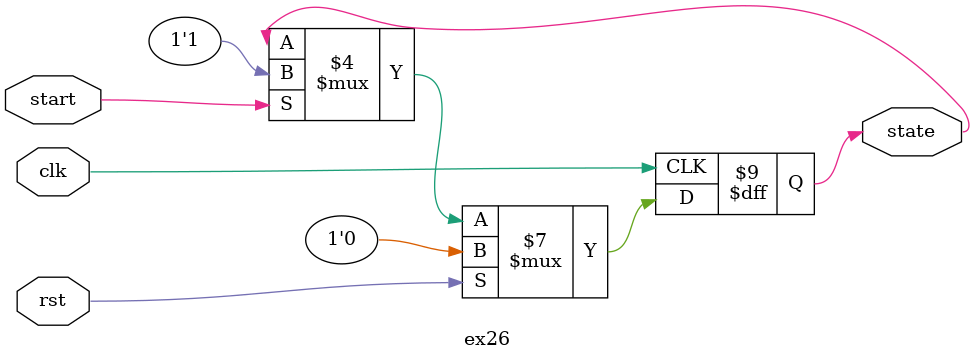
<source format=v>

module ex26(
    input clk,
    input rst,
    input start,
    output reg state

);

  // States: 0 = IDLE, 1 = ACTIVE
    initial state = 1'b0;

    always @(posedge clk) begin
        if (rst)
            state <= 1'b0;
        else if (start)
            state <= 1'b1;
        else
            state <= state;
    end

endmodule

</source>
